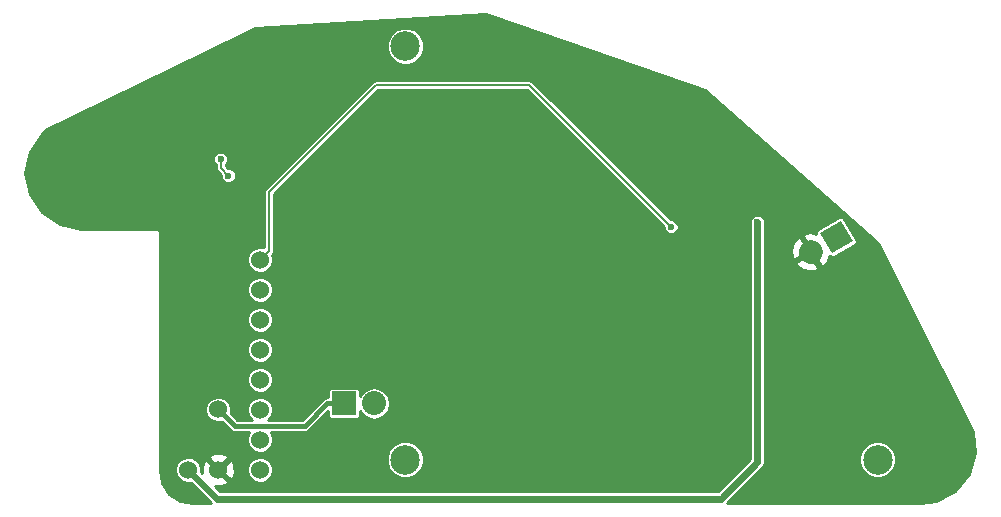
<source format=gbr>
G04 #@! TF.FileFunction,Copper,L2,Bot,Signal*
%FSLAX46Y46*%
G04 Gerber Fmt 4.6, Leading zero omitted, Abs format (unit mm)*
G04 Created by KiCad (PCBNEW 4.0.4-stable) date 02/11/17 12:35:40*
%MOMM*%
%LPD*%
G01*
G04 APERTURE LIST*
%ADD10C,0.100000*%
%ADD11C,2.500000*%
%ADD12C,2.032000*%
%ADD13R,2.032000X2.032000*%
%ADD14O,2.032000X2.032000*%
%ADD15C,1.524000*%
%ADD16C,0.600000*%
%ADD17C,0.600000*%
%ADD18C,0.400000*%
%ADD19C,0.200000*%
%ADD20C,0.254000*%
G04 APERTURE END LIST*
D10*
D11*
X140400000Y-67400000D03*
X180375000Y-102400000D03*
D10*
G36*
X175512118Y-83178118D02*
X177271882Y-82162118D01*
X178287882Y-83921882D01*
X176528118Y-84937882D01*
X175512118Y-83178118D01*
X175512118Y-83178118D01*
G37*
D12*
X174700295Y-84820000D02*
X174700295Y-84820000D01*
D11*
X140375000Y-102400000D03*
D13*
X135210000Y-97650000D03*
D14*
X137750000Y-97650000D03*
D15*
X128100000Y-103260000D03*
X128100000Y-100720000D03*
X128100000Y-98180000D03*
X128100000Y-95640000D03*
X128100000Y-93100000D03*
X128100000Y-90560000D03*
X128100000Y-88020000D03*
X128100000Y-85480000D03*
X124544000Y-103260000D03*
X122004000Y-103260000D03*
X124550000Y-98160000D03*
D16*
X170200000Y-82300000D03*
X121400000Y-78650000D03*
X121450000Y-75600000D03*
X162800000Y-81000000D03*
X157200000Y-91050000D03*
X137000000Y-74200000D03*
X141850000Y-76600000D03*
X144350000Y-72350000D03*
X155500000Y-74150000D03*
X150650000Y-79900000D03*
X150650000Y-81200000D03*
X145200000Y-83750000D03*
X135900000Y-86600000D03*
X135900000Y-85750000D03*
X141950000Y-83750000D03*
X162100000Y-87600000D03*
X161950000Y-82750000D03*
X125400735Y-78349265D03*
X124750000Y-76950000D03*
X162900000Y-82700000D03*
D17*
X167100000Y-105700000D02*
X124444000Y-105700000D01*
X124444000Y-105700000D02*
X122004000Y-103260000D01*
X170200000Y-102600000D02*
X167100000Y-105700000D01*
X170200000Y-82300000D02*
X170200000Y-102600000D01*
D18*
X150650000Y-81200000D02*
X150650000Y-79900000D01*
X135900000Y-85750000D02*
X135900000Y-86600000D01*
D19*
X124750000Y-76950000D02*
X124750000Y-77698530D01*
X124750000Y-77698530D02*
X125400735Y-78349265D01*
X137900000Y-70700000D02*
X150900000Y-70700000D01*
X150900000Y-70700000D02*
X162900000Y-82700000D01*
X128861999Y-79738001D02*
X137900000Y-70700000D01*
X128100000Y-85480000D02*
X128861999Y-84718001D01*
X128861999Y-84718001D02*
X128861999Y-79738001D01*
D18*
X125947999Y-99557999D02*
X131886001Y-99557999D01*
X131886001Y-99557999D02*
X133794000Y-97650000D01*
X133794000Y-97650000D02*
X135210000Y-97650000D01*
X124550000Y-98160000D02*
X125947999Y-99557999D01*
D20*
G36*
X165738277Y-71079043D02*
X180389728Y-84074968D01*
X188494691Y-100058211D01*
X188665503Y-101881662D01*
X188126292Y-103629133D01*
X186959398Y-105037238D01*
X185335246Y-105895426D01*
X183981054Y-106093000D01*
X167593712Y-106093000D01*
X170643356Y-103043356D01*
X170700676Y-102957570D01*
X170779272Y-102839943D01*
X170804660Y-102712308D01*
X178797727Y-102712308D01*
X179037305Y-103292132D01*
X179480535Y-103736136D01*
X180059939Y-103976725D01*
X180687308Y-103977273D01*
X181267132Y-103737695D01*
X181711136Y-103294465D01*
X181951725Y-102715061D01*
X181952273Y-102087692D01*
X181712695Y-101507868D01*
X181269465Y-101063864D01*
X180690061Y-100823275D01*
X180062692Y-100822727D01*
X179482868Y-101062305D01*
X179038864Y-101505535D01*
X178798275Y-102084939D01*
X178797727Y-102712308D01*
X170804660Y-102712308D01*
X170827000Y-102600000D01*
X170827000Y-85673669D01*
X173475697Y-85673669D01*
X173500946Y-85954632D01*
X174026446Y-86327235D01*
X174654533Y-86470374D01*
X175171643Y-86402287D01*
X175333728Y-86171138D01*
X174653810Y-84993485D01*
X173475697Y-85673669D01*
X170827000Y-85673669D01*
X170827000Y-84649953D01*
X173058067Y-84649953D01*
X173118000Y-85291351D01*
X173348697Y-85453698D01*
X174526810Y-84773515D01*
X173846892Y-83595862D01*
X173565668Y-83620657D01*
X173248148Y-84034444D01*
X173058067Y-84649953D01*
X170827000Y-84649953D01*
X170827000Y-83468862D01*
X174066862Y-83468862D01*
X174746780Y-84646515D01*
X174764101Y-84636515D01*
X174891101Y-84856485D01*
X174873780Y-84866485D01*
X175553698Y-86044138D01*
X175834922Y-86019343D01*
X176152442Y-85605556D01*
X176289227Y-85162627D01*
X176319716Y-85198128D01*
X176437385Y-85258705D01*
X176569352Y-85268728D01*
X176694821Y-85226620D01*
X178454585Y-84210620D01*
X178548128Y-84130284D01*
X178608705Y-84012615D01*
X178618728Y-83880648D01*
X178576620Y-83755179D01*
X177560620Y-81995415D01*
X177480284Y-81901872D01*
X177362615Y-81841295D01*
X177230648Y-81831272D01*
X177105179Y-81873380D01*
X175345415Y-82889380D01*
X175251872Y-82969716D01*
X175191295Y-83087385D01*
X175181272Y-83219352D01*
X175199245Y-83272906D01*
X174746057Y-83169626D01*
X174228947Y-83237713D01*
X174066862Y-83468862D01*
X170827000Y-83468862D01*
X170827000Y-82300000D01*
X170827109Y-82175829D01*
X170731855Y-81945297D01*
X170555631Y-81768765D01*
X170325265Y-81673109D01*
X170075829Y-81672891D01*
X169845297Y-81768145D01*
X169668765Y-81944369D01*
X169573109Y-82174735D01*
X169572891Y-82424171D01*
X169573000Y-82424435D01*
X169573000Y-102340288D01*
X166840288Y-105073000D01*
X124703712Y-105073000D01*
X124279642Y-104648930D01*
X124336302Y-104669144D01*
X124891368Y-104641362D01*
X125275143Y-104482397D01*
X125344608Y-104240213D01*
X124544000Y-103439605D01*
X124529858Y-103453748D01*
X124350253Y-103274143D01*
X124364395Y-103260000D01*
X124723605Y-103260000D01*
X125524213Y-104060608D01*
X125766397Y-103991143D01*
X125950301Y-103475665D01*
X127010811Y-103475665D01*
X127176252Y-103876063D01*
X127482326Y-104182671D01*
X127882434Y-104348811D01*
X128315665Y-104349189D01*
X128716063Y-104183748D01*
X129022671Y-103877674D01*
X129188811Y-103477566D01*
X129189189Y-103044335D01*
X129051999Y-102712308D01*
X138797727Y-102712308D01*
X139037305Y-103292132D01*
X139480535Y-103736136D01*
X140059939Y-103976725D01*
X140687308Y-103977273D01*
X141267132Y-103737695D01*
X141711136Y-103294465D01*
X141951725Y-102715061D01*
X141952273Y-102087692D01*
X141712695Y-101507868D01*
X141269465Y-101063864D01*
X140690061Y-100823275D01*
X140062692Y-100822727D01*
X139482868Y-101062305D01*
X139038864Y-101505535D01*
X138798275Y-102084939D01*
X138797727Y-102712308D01*
X129051999Y-102712308D01*
X129023748Y-102643937D01*
X128717674Y-102337329D01*
X128317566Y-102171189D01*
X127884335Y-102170811D01*
X127483937Y-102336252D01*
X127177329Y-102642326D01*
X127011189Y-103042434D01*
X127010811Y-103475665D01*
X125950301Y-103475665D01*
X125953144Y-103467698D01*
X125925362Y-102912632D01*
X125766397Y-102528857D01*
X125524213Y-102459392D01*
X124723605Y-103260000D01*
X124364395Y-103260000D01*
X123563787Y-102459392D01*
X123321603Y-102528857D01*
X123134856Y-103052302D01*
X123158663Y-103527951D01*
X123092824Y-103462112D01*
X123093189Y-103044335D01*
X122927748Y-102643937D01*
X122621674Y-102337329D01*
X122483099Y-102279787D01*
X123743392Y-102279787D01*
X124544000Y-103080395D01*
X125344608Y-102279787D01*
X125275143Y-102037603D01*
X124751698Y-101850856D01*
X124196632Y-101878638D01*
X123812857Y-102037603D01*
X123743392Y-102279787D01*
X122483099Y-102279787D01*
X122221566Y-102171189D01*
X121788335Y-102170811D01*
X121387937Y-102336252D01*
X121081329Y-102642326D01*
X120915189Y-103042434D01*
X120914811Y-103475665D01*
X121080252Y-103876063D01*
X121386326Y-104182671D01*
X121786434Y-104348811D01*
X122206465Y-104349177D01*
X123950288Y-106093000D01*
X122407098Y-106093000D01*
X121320027Y-105876768D01*
X120424082Y-105278116D01*
X119825430Y-104382171D01*
X119609191Y-103295064D01*
X119609191Y-98375665D01*
X123460811Y-98375665D01*
X123626252Y-98776063D01*
X123932326Y-99082671D01*
X124332434Y-99248811D01*
X124765665Y-99249189D01*
X124856406Y-99211696D01*
X125575354Y-99930644D01*
X125746324Y-100044884D01*
X125947999Y-100084999D01*
X127194686Y-100084999D01*
X127177329Y-100102326D01*
X127011189Y-100502434D01*
X127010811Y-100935665D01*
X127176252Y-101336063D01*
X127482326Y-101642671D01*
X127882434Y-101808811D01*
X128315665Y-101809189D01*
X128716063Y-101643748D01*
X129022671Y-101337674D01*
X129188811Y-100937566D01*
X129189189Y-100504335D01*
X129023748Y-100103937D01*
X129004843Y-100084999D01*
X131886001Y-100084999D01*
X132087676Y-100044884D01*
X132258646Y-99930644D01*
X133860594Y-98328696D01*
X133860594Y-98666000D01*
X133883395Y-98787179D01*
X133955012Y-98898474D01*
X134064286Y-98973138D01*
X134194000Y-98999406D01*
X136226000Y-98999406D01*
X136347179Y-98976605D01*
X136458474Y-98904988D01*
X136533138Y-98795714D01*
X136559406Y-98666000D01*
X136559406Y-98265349D01*
X136800356Y-98625955D01*
X137236056Y-98917081D01*
X137750000Y-99019311D01*
X138263944Y-98917081D01*
X138699644Y-98625955D01*
X138990770Y-98190255D01*
X139093000Y-97676311D01*
X139093000Y-97623689D01*
X138990770Y-97109745D01*
X138699644Y-96674045D01*
X138263944Y-96382919D01*
X137750000Y-96280689D01*
X137236056Y-96382919D01*
X136800356Y-96674045D01*
X136559406Y-97034651D01*
X136559406Y-96634000D01*
X136536605Y-96512821D01*
X136464988Y-96401526D01*
X136355714Y-96326862D01*
X136226000Y-96300594D01*
X134194000Y-96300594D01*
X134072821Y-96323395D01*
X133961526Y-96395012D01*
X133886862Y-96504286D01*
X133860594Y-96634000D01*
X133860594Y-97123000D01*
X133794000Y-97123000D01*
X133592325Y-97163115D01*
X133421355Y-97277355D01*
X131667711Y-99030999D01*
X128788939Y-99030999D01*
X129022671Y-98797674D01*
X129188811Y-98397566D01*
X129189189Y-97964335D01*
X129023748Y-97563937D01*
X128717674Y-97257329D01*
X128317566Y-97091189D01*
X127884335Y-97090811D01*
X127483937Y-97256252D01*
X127177329Y-97562326D01*
X127011189Y-97962434D01*
X127010811Y-98395665D01*
X127176252Y-98796063D01*
X127410779Y-99030999D01*
X126166289Y-99030999D01*
X125601855Y-98466565D01*
X125638811Y-98377566D01*
X125639189Y-97944335D01*
X125473748Y-97543937D01*
X125167674Y-97237329D01*
X124767566Y-97071189D01*
X124334335Y-97070811D01*
X123933937Y-97236252D01*
X123627329Y-97542326D01*
X123461189Y-97942434D01*
X123460811Y-98375665D01*
X119609191Y-98375665D01*
X119609191Y-95855665D01*
X127010811Y-95855665D01*
X127176252Y-96256063D01*
X127482326Y-96562671D01*
X127882434Y-96728811D01*
X128315665Y-96729189D01*
X128716063Y-96563748D01*
X129022671Y-96257674D01*
X129188811Y-95857566D01*
X129189189Y-95424335D01*
X129023748Y-95023937D01*
X128717674Y-94717329D01*
X128317566Y-94551189D01*
X127884335Y-94550811D01*
X127483937Y-94716252D01*
X127177329Y-95022326D01*
X127011189Y-95422434D01*
X127010811Y-95855665D01*
X119609191Y-95855665D01*
X119609191Y-93315665D01*
X127010811Y-93315665D01*
X127176252Y-93716063D01*
X127482326Y-94022671D01*
X127882434Y-94188811D01*
X128315665Y-94189189D01*
X128716063Y-94023748D01*
X129022671Y-93717674D01*
X129188811Y-93317566D01*
X129189189Y-92884335D01*
X129023748Y-92483937D01*
X128717674Y-92177329D01*
X128317566Y-92011189D01*
X127884335Y-92010811D01*
X127483937Y-92176252D01*
X127177329Y-92482326D01*
X127011189Y-92882434D01*
X127010811Y-93315665D01*
X119609191Y-93315665D01*
X119609191Y-90775665D01*
X127010811Y-90775665D01*
X127176252Y-91176063D01*
X127482326Y-91482671D01*
X127882434Y-91648811D01*
X128315665Y-91649189D01*
X128716063Y-91483748D01*
X129022671Y-91177674D01*
X129188811Y-90777566D01*
X129189189Y-90344335D01*
X129023748Y-89943937D01*
X128717674Y-89637329D01*
X128317566Y-89471189D01*
X127884335Y-89470811D01*
X127483937Y-89636252D01*
X127177329Y-89942326D01*
X127011189Y-90342434D01*
X127010811Y-90775665D01*
X119609191Y-90775665D01*
X119609191Y-88235665D01*
X127010811Y-88235665D01*
X127176252Y-88636063D01*
X127482326Y-88942671D01*
X127882434Y-89108811D01*
X128315665Y-89109189D01*
X128716063Y-88943748D01*
X129022671Y-88637674D01*
X129188811Y-88237566D01*
X129189189Y-87804335D01*
X129023748Y-87403937D01*
X128717674Y-87097329D01*
X128317566Y-86931189D01*
X127884335Y-86930811D01*
X127483937Y-87096252D01*
X127177329Y-87402326D01*
X127011189Y-87802434D01*
X127010811Y-88235665D01*
X119609191Y-88235665D01*
X119609191Y-85695665D01*
X127010811Y-85695665D01*
X127176252Y-86096063D01*
X127482326Y-86402671D01*
X127882434Y-86568811D01*
X128315665Y-86569189D01*
X128716063Y-86403748D01*
X129022671Y-86097674D01*
X129188811Y-85697566D01*
X129189189Y-85264335D01*
X129110347Y-85073522D01*
X129163931Y-85019938D01*
X129163934Y-85019936D01*
X129256496Y-84881407D01*
X129288999Y-84718001D01*
X129288999Y-79914871D01*
X138076869Y-71127000D01*
X150723130Y-71127000D01*
X162273020Y-82676889D01*
X162272891Y-82824171D01*
X162368145Y-83054703D01*
X162544369Y-83231235D01*
X162774735Y-83326891D01*
X163024171Y-83327109D01*
X163254703Y-83231855D01*
X163431235Y-83055631D01*
X163526891Y-82825265D01*
X163527109Y-82575829D01*
X163431855Y-82345297D01*
X163255631Y-82168765D01*
X163025265Y-82073109D01*
X162876848Y-82072979D01*
X151201935Y-70398065D01*
X151063406Y-70305503D01*
X150900000Y-70272999D01*
X150899995Y-70273000D01*
X137900005Y-70273000D01*
X137900000Y-70272999D01*
X137736594Y-70305503D01*
X137598065Y-70398065D01*
X137598063Y-70398068D01*
X128560064Y-79436066D01*
X128467502Y-79574595D01*
X128434998Y-79738001D01*
X128434999Y-79738006D01*
X128434999Y-84439952D01*
X128317566Y-84391189D01*
X127884335Y-84390811D01*
X127483937Y-84556252D01*
X127177329Y-84862326D01*
X127011189Y-85262434D01*
X127010811Y-85695665D01*
X119609191Y-85695665D01*
X119609191Y-83146750D01*
X119585822Y-83029266D01*
X119519273Y-82929668D01*
X119419675Y-82863119D01*
X119302191Y-82839750D01*
X112935669Y-82839750D01*
X111111800Y-82476960D01*
X109591233Y-81460949D01*
X108575222Y-79940382D01*
X108218446Y-78146750D01*
X108431795Y-77074171D01*
X124122891Y-77074171D01*
X124218145Y-77304703D01*
X124323000Y-77409741D01*
X124323000Y-77698525D01*
X124322999Y-77698530D01*
X124355503Y-77861936D01*
X124448065Y-78000465D01*
X124773755Y-78326154D01*
X124773626Y-78473436D01*
X124868880Y-78703968D01*
X125045104Y-78880500D01*
X125275470Y-78976156D01*
X125524906Y-78976374D01*
X125755438Y-78881120D01*
X125931970Y-78704896D01*
X126027626Y-78474530D01*
X126027844Y-78225094D01*
X125932590Y-77994562D01*
X125756366Y-77818030D01*
X125526000Y-77722374D01*
X125377584Y-77722244D01*
X125177000Y-77521660D01*
X125177000Y-77409684D01*
X125281235Y-77305631D01*
X125376891Y-77075265D01*
X125377109Y-76825829D01*
X125281855Y-76595297D01*
X125105631Y-76418765D01*
X124875265Y-76323109D01*
X124625829Y-76322891D01*
X124395297Y-76418145D01*
X124218765Y-76594369D01*
X124123109Y-76824735D01*
X124122891Y-77074171D01*
X108431795Y-77074171D01*
X108575222Y-76353118D01*
X109602459Y-74815748D01*
X110055042Y-74421098D01*
X123854827Y-67712308D01*
X138822727Y-67712308D01*
X139062305Y-68292132D01*
X139505535Y-68736136D01*
X140084939Y-68976725D01*
X140712308Y-68977273D01*
X141292132Y-68737695D01*
X141736136Y-68294465D01*
X141976725Y-67715061D01*
X141977273Y-67087692D01*
X141737695Y-66507868D01*
X141294465Y-66063864D01*
X140715061Y-65823275D01*
X140087692Y-65822727D01*
X139507868Y-66062305D01*
X139063864Y-66505535D01*
X138823275Y-67084939D01*
X138822727Y-67712308D01*
X123854827Y-67712308D01*
X127684325Y-65850591D01*
X147231303Y-64680116D01*
X165738277Y-71079043D01*
X165738277Y-71079043D01*
G37*
X165738277Y-71079043D02*
X180389728Y-84074968D01*
X188494691Y-100058211D01*
X188665503Y-101881662D01*
X188126292Y-103629133D01*
X186959398Y-105037238D01*
X185335246Y-105895426D01*
X183981054Y-106093000D01*
X167593712Y-106093000D01*
X170643356Y-103043356D01*
X170700676Y-102957570D01*
X170779272Y-102839943D01*
X170804660Y-102712308D01*
X178797727Y-102712308D01*
X179037305Y-103292132D01*
X179480535Y-103736136D01*
X180059939Y-103976725D01*
X180687308Y-103977273D01*
X181267132Y-103737695D01*
X181711136Y-103294465D01*
X181951725Y-102715061D01*
X181952273Y-102087692D01*
X181712695Y-101507868D01*
X181269465Y-101063864D01*
X180690061Y-100823275D01*
X180062692Y-100822727D01*
X179482868Y-101062305D01*
X179038864Y-101505535D01*
X178798275Y-102084939D01*
X178797727Y-102712308D01*
X170804660Y-102712308D01*
X170827000Y-102600000D01*
X170827000Y-85673669D01*
X173475697Y-85673669D01*
X173500946Y-85954632D01*
X174026446Y-86327235D01*
X174654533Y-86470374D01*
X175171643Y-86402287D01*
X175333728Y-86171138D01*
X174653810Y-84993485D01*
X173475697Y-85673669D01*
X170827000Y-85673669D01*
X170827000Y-84649953D01*
X173058067Y-84649953D01*
X173118000Y-85291351D01*
X173348697Y-85453698D01*
X174526810Y-84773515D01*
X173846892Y-83595862D01*
X173565668Y-83620657D01*
X173248148Y-84034444D01*
X173058067Y-84649953D01*
X170827000Y-84649953D01*
X170827000Y-83468862D01*
X174066862Y-83468862D01*
X174746780Y-84646515D01*
X174764101Y-84636515D01*
X174891101Y-84856485D01*
X174873780Y-84866485D01*
X175553698Y-86044138D01*
X175834922Y-86019343D01*
X176152442Y-85605556D01*
X176289227Y-85162627D01*
X176319716Y-85198128D01*
X176437385Y-85258705D01*
X176569352Y-85268728D01*
X176694821Y-85226620D01*
X178454585Y-84210620D01*
X178548128Y-84130284D01*
X178608705Y-84012615D01*
X178618728Y-83880648D01*
X178576620Y-83755179D01*
X177560620Y-81995415D01*
X177480284Y-81901872D01*
X177362615Y-81841295D01*
X177230648Y-81831272D01*
X177105179Y-81873380D01*
X175345415Y-82889380D01*
X175251872Y-82969716D01*
X175191295Y-83087385D01*
X175181272Y-83219352D01*
X175199245Y-83272906D01*
X174746057Y-83169626D01*
X174228947Y-83237713D01*
X174066862Y-83468862D01*
X170827000Y-83468862D01*
X170827000Y-82300000D01*
X170827109Y-82175829D01*
X170731855Y-81945297D01*
X170555631Y-81768765D01*
X170325265Y-81673109D01*
X170075829Y-81672891D01*
X169845297Y-81768145D01*
X169668765Y-81944369D01*
X169573109Y-82174735D01*
X169572891Y-82424171D01*
X169573000Y-82424435D01*
X169573000Y-102340288D01*
X166840288Y-105073000D01*
X124703712Y-105073000D01*
X124279642Y-104648930D01*
X124336302Y-104669144D01*
X124891368Y-104641362D01*
X125275143Y-104482397D01*
X125344608Y-104240213D01*
X124544000Y-103439605D01*
X124529858Y-103453748D01*
X124350253Y-103274143D01*
X124364395Y-103260000D01*
X124723605Y-103260000D01*
X125524213Y-104060608D01*
X125766397Y-103991143D01*
X125950301Y-103475665D01*
X127010811Y-103475665D01*
X127176252Y-103876063D01*
X127482326Y-104182671D01*
X127882434Y-104348811D01*
X128315665Y-104349189D01*
X128716063Y-104183748D01*
X129022671Y-103877674D01*
X129188811Y-103477566D01*
X129189189Y-103044335D01*
X129051999Y-102712308D01*
X138797727Y-102712308D01*
X139037305Y-103292132D01*
X139480535Y-103736136D01*
X140059939Y-103976725D01*
X140687308Y-103977273D01*
X141267132Y-103737695D01*
X141711136Y-103294465D01*
X141951725Y-102715061D01*
X141952273Y-102087692D01*
X141712695Y-101507868D01*
X141269465Y-101063864D01*
X140690061Y-100823275D01*
X140062692Y-100822727D01*
X139482868Y-101062305D01*
X139038864Y-101505535D01*
X138798275Y-102084939D01*
X138797727Y-102712308D01*
X129051999Y-102712308D01*
X129023748Y-102643937D01*
X128717674Y-102337329D01*
X128317566Y-102171189D01*
X127884335Y-102170811D01*
X127483937Y-102336252D01*
X127177329Y-102642326D01*
X127011189Y-103042434D01*
X127010811Y-103475665D01*
X125950301Y-103475665D01*
X125953144Y-103467698D01*
X125925362Y-102912632D01*
X125766397Y-102528857D01*
X125524213Y-102459392D01*
X124723605Y-103260000D01*
X124364395Y-103260000D01*
X123563787Y-102459392D01*
X123321603Y-102528857D01*
X123134856Y-103052302D01*
X123158663Y-103527951D01*
X123092824Y-103462112D01*
X123093189Y-103044335D01*
X122927748Y-102643937D01*
X122621674Y-102337329D01*
X122483099Y-102279787D01*
X123743392Y-102279787D01*
X124544000Y-103080395D01*
X125344608Y-102279787D01*
X125275143Y-102037603D01*
X124751698Y-101850856D01*
X124196632Y-101878638D01*
X123812857Y-102037603D01*
X123743392Y-102279787D01*
X122483099Y-102279787D01*
X122221566Y-102171189D01*
X121788335Y-102170811D01*
X121387937Y-102336252D01*
X121081329Y-102642326D01*
X120915189Y-103042434D01*
X120914811Y-103475665D01*
X121080252Y-103876063D01*
X121386326Y-104182671D01*
X121786434Y-104348811D01*
X122206465Y-104349177D01*
X123950288Y-106093000D01*
X122407098Y-106093000D01*
X121320027Y-105876768D01*
X120424082Y-105278116D01*
X119825430Y-104382171D01*
X119609191Y-103295064D01*
X119609191Y-98375665D01*
X123460811Y-98375665D01*
X123626252Y-98776063D01*
X123932326Y-99082671D01*
X124332434Y-99248811D01*
X124765665Y-99249189D01*
X124856406Y-99211696D01*
X125575354Y-99930644D01*
X125746324Y-100044884D01*
X125947999Y-100084999D01*
X127194686Y-100084999D01*
X127177329Y-100102326D01*
X127011189Y-100502434D01*
X127010811Y-100935665D01*
X127176252Y-101336063D01*
X127482326Y-101642671D01*
X127882434Y-101808811D01*
X128315665Y-101809189D01*
X128716063Y-101643748D01*
X129022671Y-101337674D01*
X129188811Y-100937566D01*
X129189189Y-100504335D01*
X129023748Y-100103937D01*
X129004843Y-100084999D01*
X131886001Y-100084999D01*
X132087676Y-100044884D01*
X132258646Y-99930644D01*
X133860594Y-98328696D01*
X133860594Y-98666000D01*
X133883395Y-98787179D01*
X133955012Y-98898474D01*
X134064286Y-98973138D01*
X134194000Y-98999406D01*
X136226000Y-98999406D01*
X136347179Y-98976605D01*
X136458474Y-98904988D01*
X136533138Y-98795714D01*
X136559406Y-98666000D01*
X136559406Y-98265349D01*
X136800356Y-98625955D01*
X137236056Y-98917081D01*
X137750000Y-99019311D01*
X138263944Y-98917081D01*
X138699644Y-98625955D01*
X138990770Y-98190255D01*
X139093000Y-97676311D01*
X139093000Y-97623689D01*
X138990770Y-97109745D01*
X138699644Y-96674045D01*
X138263944Y-96382919D01*
X137750000Y-96280689D01*
X137236056Y-96382919D01*
X136800356Y-96674045D01*
X136559406Y-97034651D01*
X136559406Y-96634000D01*
X136536605Y-96512821D01*
X136464988Y-96401526D01*
X136355714Y-96326862D01*
X136226000Y-96300594D01*
X134194000Y-96300594D01*
X134072821Y-96323395D01*
X133961526Y-96395012D01*
X133886862Y-96504286D01*
X133860594Y-96634000D01*
X133860594Y-97123000D01*
X133794000Y-97123000D01*
X133592325Y-97163115D01*
X133421355Y-97277355D01*
X131667711Y-99030999D01*
X128788939Y-99030999D01*
X129022671Y-98797674D01*
X129188811Y-98397566D01*
X129189189Y-97964335D01*
X129023748Y-97563937D01*
X128717674Y-97257329D01*
X128317566Y-97091189D01*
X127884335Y-97090811D01*
X127483937Y-97256252D01*
X127177329Y-97562326D01*
X127011189Y-97962434D01*
X127010811Y-98395665D01*
X127176252Y-98796063D01*
X127410779Y-99030999D01*
X126166289Y-99030999D01*
X125601855Y-98466565D01*
X125638811Y-98377566D01*
X125639189Y-97944335D01*
X125473748Y-97543937D01*
X125167674Y-97237329D01*
X124767566Y-97071189D01*
X124334335Y-97070811D01*
X123933937Y-97236252D01*
X123627329Y-97542326D01*
X123461189Y-97942434D01*
X123460811Y-98375665D01*
X119609191Y-98375665D01*
X119609191Y-95855665D01*
X127010811Y-95855665D01*
X127176252Y-96256063D01*
X127482326Y-96562671D01*
X127882434Y-96728811D01*
X128315665Y-96729189D01*
X128716063Y-96563748D01*
X129022671Y-96257674D01*
X129188811Y-95857566D01*
X129189189Y-95424335D01*
X129023748Y-95023937D01*
X128717674Y-94717329D01*
X128317566Y-94551189D01*
X127884335Y-94550811D01*
X127483937Y-94716252D01*
X127177329Y-95022326D01*
X127011189Y-95422434D01*
X127010811Y-95855665D01*
X119609191Y-95855665D01*
X119609191Y-93315665D01*
X127010811Y-93315665D01*
X127176252Y-93716063D01*
X127482326Y-94022671D01*
X127882434Y-94188811D01*
X128315665Y-94189189D01*
X128716063Y-94023748D01*
X129022671Y-93717674D01*
X129188811Y-93317566D01*
X129189189Y-92884335D01*
X129023748Y-92483937D01*
X128717674Y-92177329D01*
X128317566Y-92011189D01*
X127884335Y-92010811D01*
X127483937Y-92176252D01*
X127177329Y-92482326D01*
X127011189Y-92882434D01*
X127010811Y-93315665D01*
X119609191Y-93315665D01*
X119609191Y-90775665D01*
X127010811Y-90775665D01*
X127176252Y-91176063D01*
X127482326Y-91482671D01*
X127882434Y-91648811D01*
X128315665Y-91649189D01*
X128716063Y-91483748D01*
X129022671Y-91177674D01*
X129188811Y-90777566D01*
X129189189Y-90344335D01*
X129023748Y-89943937D01*
X128717674Y-89637329D01*
X128317566Y-89471189D01*
X127884335Y-89470811D01*
X127483937Y-89636252D01*
X127177329Y-89942326D01*
X127011189Y-90342434D01*
X127010811Y-90775665D01*
X119609191Y-90775665D01*
X119609191Y-88235665D01*
X127010811Y-88235665D01*
X127176252Y-88636063D01*
X127482326Y-88942671D01*
X127882434Y-89108811D01*
X128315665Y-89109189D01*
X128716063Y-88943748D01*
X129022671Y-88637674D01*
X129188811Y-88237566D01*
X129189189Y-87804335D01*
X129023748Y-87403937D01*
X128717674Y-87097329D01*
X128317566Y-86931189D01*
X127884335Y-86930811D01*
X127483937Y-87096252D01*
X127177329Y-87402326D01*
X127011189Y-87802434D01*
X127010811Y-88235665D01*
X119609191Y-88235665D01*
X119609191Y-85695665D01*
X127010811Y-85695665D01*
X127176252Y-86096063D01*
X127482326Y-86402671D01*
X127882434Y-86568811D01*
X128315665Y-86569189D01*
X128716063Y-86403748D01*
X129022671Y-86097674D01*
X129188811Y-85697566D01*
X129189189Y-85264335D01*
X129110347Y-85073522D01*
X129163931Y-85019938D01*
X129163934Y-85019936D01*
X129256496Y-84881407D01*
X129288999Y-84718001D01*
X129288999Y-79914871D01*
X138076869Y-71127000D01*
X150723130Y-71127000D01*
X162273020Y-82676889D01*
X162272891Y-82824171D01*
X162368145Y-83054703D01*
X162544369Y-83231235D01*
X162774735Y-83326891D01*
X163024171Y-83327109D01*
X163254703Y-83231855D01*
X163431235Y-83055631D01*
X163526891Y-82825265D01*
X163527109Y-82575829D01*
X163431855Y-82345297D01*
X163255631Y-82168765D01*
X163025265Y-82073109D01*
X162876848Y-82072979D01*
X151201935Y-70398065D01*
X151063406Y-70305503D01*
X150900000Y-70272999D01*
X150899995Y-70273000D01*
X137900005Y-70273000D01*
X137900000Y-70272999D01*
X137736594Y-70305503D01*
X137598065Y-70398065D01*
X137598063Y-70398068D01*
X128560064Y-79436066D01*
X128467502Y-79574595D01*
X128434998Y-79738001D01*
X128434999Y-79738006D01*
X128434999Y-84439952D01*
X128317566Y-84391189D01*
X127884335Y-84390811D01*
X127483937Y-84556252D01*
X127177329Y-84862326D01*
X127011189Y-85262434D01*
X127010811Y-85695665D01*
X119609191Y-85695665D01*
X119609191Y-83146750D01*
X119585822Y-83029266D01*
X119519273Y-82929668D01*
X119419675Y-82863119D01*
X119302191Y-82839750D01*
X112935669Y-82839750D01*
X111111800Y-82476960D01*
X109591233Y-81460949D01*
X108575222Y-79940382D01*
X108218446Y-78146750D01*
X108431795Y-77074171D01*
X124122891Y-77074171D01*
X124218145Y-77304703D01*
X124323000Y-77409741D01*
X124323000Y-77698525D01*
X124322999Y-77698530D01*
X124355503Y-77861936D01*
X124448065Y-78000465D01*
X124773755Y-78326154D01*
X124773626Y-78473436D01*
X124868880Y-78703968D01*
X125045104Y-78880500D01*
X125275470Y-78976156D01*
X125524906Y-78976374D01*
X125755438Y-78881120D01*
X125931970Y-78704896D01*
X126027626Y-78474530D01*
X126027844Y-78225094D01*
X125932590Y-77994562D01*
X125756366Y-77818030D01*
X125526000Y-77722374D01*
X125377584Y-77722244D01*
X125177000Y-77521660D01*
X125177000Y-77409684D01*
X125281235Y-77305631D01*
X125376891Y-77075265D01*
X125377109Y-76825829D01*
X125281855Y-76595297D01*
X125105631Y-76418765D01*
X124875265Y-76323109D01*
X124625829Y-76322891D01*
X124395297Y-76418145D01*
X124218765Y-76594369D01*
X124123109Y-76824735D01*
X124122891Y-77074171D01*
X108431795Y-77074171D01*
X108575222Y-76353118D01*
X109602459Y-74815748D01*
X110055042Y-74421098D01*
X123854827Y-67712308D01*
X138822727Y-67712308D01*
X139062305Y-68292132D01*
X139505535Y-68736136D01*
X140084939Y-68976725D01*
X140712308Y-68977273D01*
X141292132Y-68737695D01*
X141736136Y-68294465D01*
X141976725Y-67715061D01*
X141977273Y-67087692D01*
X141737695Y-66507868D01*
X141294465Y-66063864D01*
X140715061Y-65823275D01*
X140087692Y-65822727D01*
X139507868Y-66062305D01*
X139063864Y-66505535D01*
X138823275Y-67084939D01*
X138822727Y-67712308D01*
X123854827Y-67712308D01*
X127684325Y-65850591D01*
X147231303Y-64680116D01*
X165738277Y-71079043D01*
M02*

</source>
